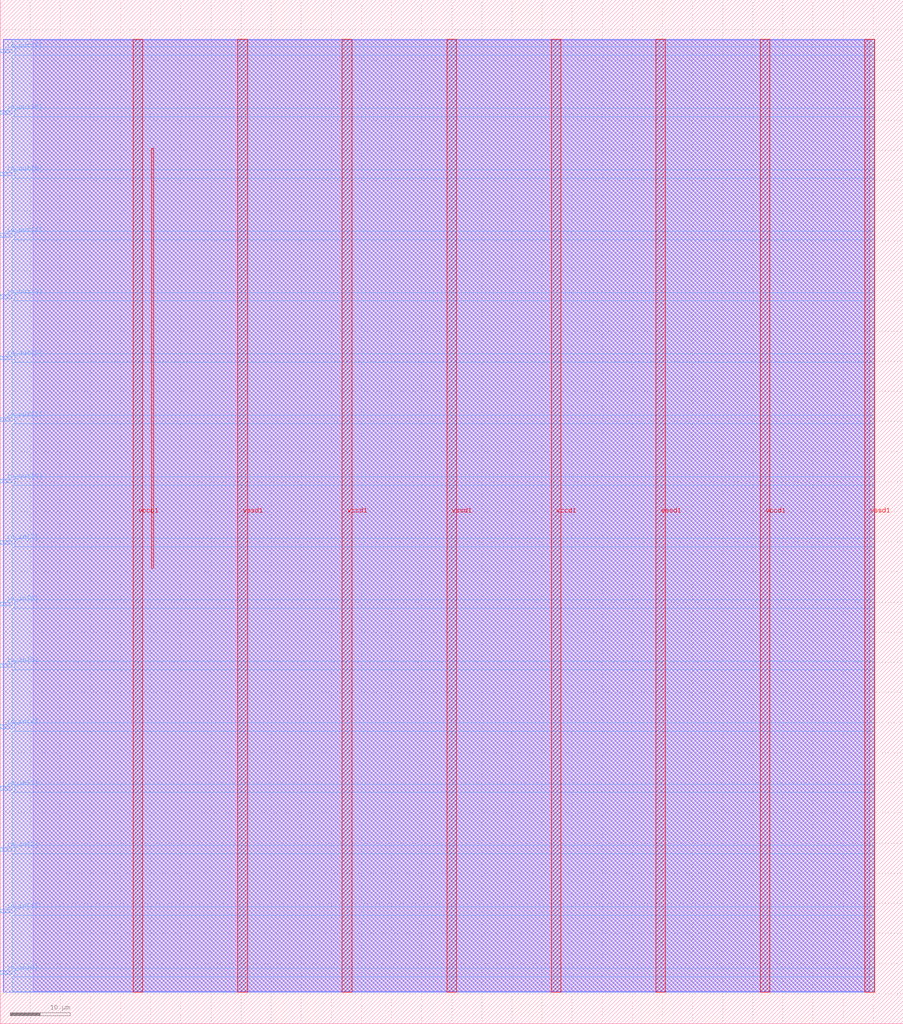
<source format=lef>
VERSION 5.7 ;
  NOWIREEXTENSIONATPIN ON ;
  DIVIDERCHAR "/" ;
  BUSBITCHARS "[]" ;
MACRO tt2_tholin_multiplier
  CLASS BLOCK ;
  FOREIGN tt2_tholin_multiplier ;
  ORIGIN 0.000 0.000 ;
  SIZE 150.000 BY 170.000 ;
  PIN io_in[0]
    DIRECTION INPUT ;
    USE SIGNAL ;
    PORT
      LAYER met3 ;
        RECT 0.000 8.200 2.000 8.800 ;
    END
  END io_in[0]
  PIN io_in[1]
    DIRECTION INPUT ;
    USE SIGNAL ;
    PORT
      LAYER met3 ;
        RECT 0.000 18.400 2.000 19.000 ;
    END
  END io_in[1]
  PIN io_in[2]
    DIRECTION INPUT ;
    USE SIGNAL ;
    PORT
      LAYER met3 ;
        RECT 0.000 28.600 2.000 29.200 ;
    END
  END io_in[2]
  PIN io_in[3]
    DIRECTION INPUT ;
    USE SIGNAL ;
    PORT
      LAYER met3 ;
        RECT 0.000 38.800 2.000 39.400 ;
    END
  END io_in[3]
  PIN io_in[4]
    DIRECTION INPUT ;
    USE SIGNAL ;
    PORT
      LAYER met3 ;
        RECT 0.000 49.000 2.000 49.600 ;
    END
  END io_in[4]
  PIN io_in[5]
    DIRECTION INPUT ;
    USE SIGNAL ;
    PORT
      LAYER met3 ;
        RECT 0.000 59.200 2.000 59.800 ;
    END
  END io_in[5]
  PIN io_in[6]
    DIRECTION INPUT ;
    USE SIGNAL ;
    PORT
      LAYER met3 ;
        RECT 0.000 69.400 2.000 70.000 ;
    END
  END io_in[6]
  PIN io_in[7]
    DIRECTION INPUT ;
    USE SIGNAL ;
    PORT
      LAYER met3 ;
        RECT 0.000 79.600 2.000 80.200 ;
    END
  END io_in[7]
  PIN io_out[0]
    DIRECTION OUTPUT TRISTATE ;
    USE SIGNAL ;
    PORT
      LAYER met3 ;
        RECT 0.000 89.800 2.000 90.400 ;
    END
  END io_out[0]
  PIN io_out[1]
    DIRECTION OUTPUT TRISTATE ;
    USE SIGNAL ;
    PORT
      LAYER met3 ;
        RECT 0.000 100.000 2.000 100.600 ;
    END
  END io_out[1]
  PIN io_out[2]
    DIRECTION OUTPUT TRISTATE ;
    USE SIGNAL ;
    PORT
      LAYER met3 ;
        RECT 0.000 110.200 2.000 110.800 ;
    END
  END io_out[2]
  PIN io_out[3]
    DIRECTION OUTPUT TRISTATE ;
    USE SIGNAL ;
    PORT
      LAYER met3 ;
        RECT 0.000 120.400 2.000 121.000 ;
    END
  END io_out[3]
  PIN io_out[4]
    DIRECTION OUTPUT TRISTATE ;
    USE SIGNAL ;
    PORT
      LAYER met3 ;
        RECT 0.000 130.600 2.000 131.200 ;
    END
  END io_out[4]
  PIN io_out[5]
    DIRECTION OUTPUT TRISTATE ;
    USE SIGNAL ;
    PORT
      LAYER met3 ;
        RECT 0.000 140.800 2.000 141.400 ;
    END
  END io_out[5]
  PIN io_out[6]
    DIRECTION OUTPUT TRISTATE ;
    USE SIGNAL ;
    PORT
      LAYER met3 ;
        RECT 0.000 151.000 2.000 151.600 ;
    END
  END io_out[6]
  PIN io_out[7]
    DIRECTION OUTPUT TRISTATE ;
    USE SIGNAL ;
    PORT
      LAYER met3 ;
        RECT 0.000 161.200 2.000 161.800 ;
    END
  END io_out[7]
  PIN vccd1
    DIRECTION INOUT ;
    USE POWER ;
    PORT
      LAYER met4 ;
        RECT 22.085 5.200 23.685 163.440 ;
    END
    PORT
      LAYER met4 ;
        RECT 56.815 5.200 58.415 163.440 ;
    END
    PORT
      LAYER met4 ;
        RECT 91.545 5.200 93.145 163.440 ;
    END
    PORT
      LAYER met4 ;
        RECT 126.275 5.200 127.875 163.440 ;
    END
  END vccd1
  PIN vssd1
    DIRECTION INOUT ;
    USE GROUND ;
    PORT
      LAYER met4 ;
        RECT 39.450 5.200 41.050 163.440 ;
    END
    PORT
      LAYER met4 ;
        RECT 74.180 5.200 75.780 163.440 ;
    END
    PORT
      LAYER met4 ;
        RECT 108.910 5.200 110.510 163.440 ;
    END
    PORT
      LAYER met4 ;
        RECT 143.640 5.200 145.240 163.440 ;
    END
  END vssd1
  OBS
      LAYER li1 ;
        RECT 5.520 5.355 144.440 163.285 ;
      LAYER met1 ;
        RECT 0.530 5.200 145.240 163.440 ;
      LAYER met2 ;
        RECT 0.560 5.255 145.210 163.385 ;
      LAYER met3 ;
        RECT 2.000 162.200 145.230 163.365 ;
        RECT 2.400 160.800 145.230 162.200 ;
        RECT 2.000 152.000 145.230 160.800 ;
        RECT 2.400 150.600 145.230 152.000 ;
        RECT 2.000 141.800 145.230 150.600 ;
        RECT 2.400 140.400 145.230 141.800 ;
        RECT 2.000 131.600 145.230 140.400 ;
        RECT 2.400 130.200 145.230 131.600 ;
        RECT 2.000 121.400 145.230 130.200 ;
        RECT 2.400 120.000 145.230 121.400 ;
        RECT 2.000 111.200 145.230 120.000 ;
        RECT 2.400 109.800 145.230 111.200 ;
        RECT 2.000 101.000 145.230 109.800 ;
        RECT 2.400 99.600 145.230 101.000 ;
        RECT 2.000 90.800 145.230 99.600 ;
        RECT 2.400 89.400 145.230 90.800 ;
        RECT 2.000 80.600 145.230 89.400 ;
        RECT 2.400 79.200 145.230 80.600 ;
        RECT 2.000 70.400 145.230 79.200 ;
        RECT 2.400 69.000 145.230 70.400 ;
        RECT 2.000 60.200 145.230 69.000 ;
        RECT 2.400 58.800 145.230 60.200 ;
        RECT 2.000 50.000 145.230 58.800 ;
        RECT 2.400 48.600 145.230 50.000 ;
        RECT 2.000 39.800 145.230 48.600 ;
        RECT 2.400 38.400 145.230 39.800 ;
        RECT 2.000 29.600 145.230 38.400 ;
        RECT 2.400 28.200 145.230 29.600 ;
        RECT 2.000 19.400 145.230 28.200 ;
        RECT 2.400 18.000 145.230 19.400 ;
        RECT 2.000 9.200 145.230 18.000 ;
        RECT 2.400 7.800 145.230 9.200 ;
        RECT 2.000 5.275 145.230 7.800 ;
      LAYER met4 ;
        RECT 25.135 75.655 25.465 145.345 ;
  END
END tt2_tholin_multiplier
END LIBRARY


</source>
